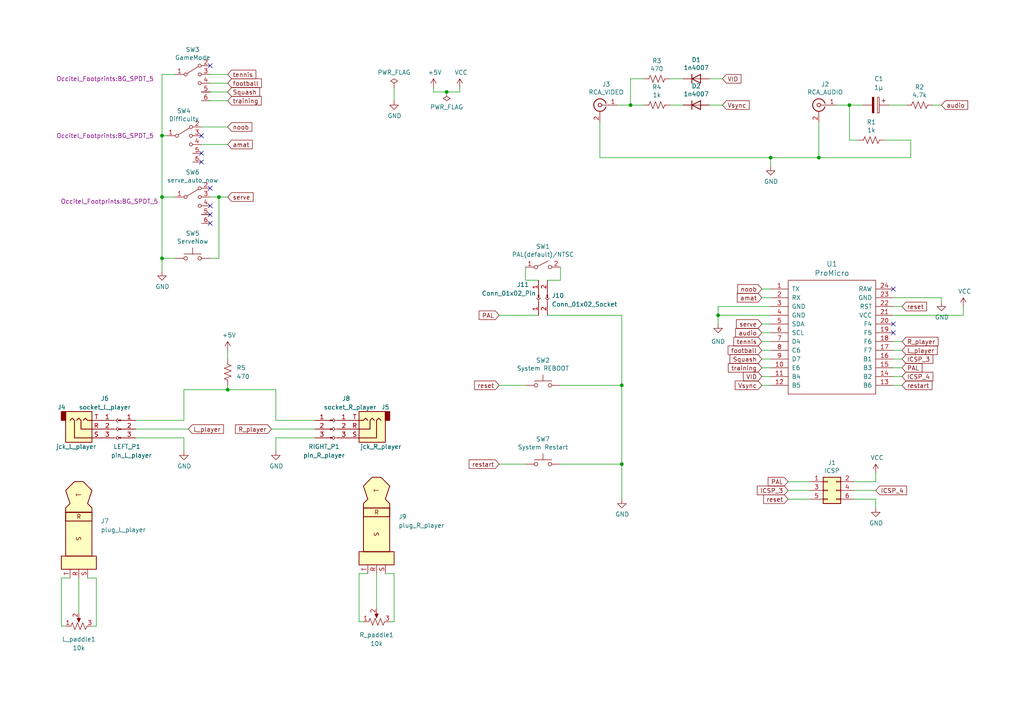
<source format=kicad_sch>
(kicad_sch (version 20231120) (generator "eeschema") (generator_version "8.0")
  (paper "A4")
  (title_block (title "OccitelMini") (date "2023-05-30") (rev "v1.5.0") (company "Silicium") (comment 1 "Construire une console Mini compatible Occitel") (comment 2 "up to 1.5.x feedbacks") (comment 3 "up to 1.4.x as little prod ready") (comment 4 "up to 1.3.x failed prod") (comment 5 "up to 0.2.2 on redraw all but schematic for prototyping"))
  (lib_symbols
    (symbol "Connector:Conn_01x02_Pin" (pin_names (offset 1.016) hide)
      (property "Reference" "J" (at 0 2.54 0))
      (property "Value" "Conn_01x02_Pin" (at 0 -5.08 0))
      (symbol "Conn_01x02_Pin_1_1"
        (polyline (pts (xy 1.27 -2.54) (xy 0.8636 -2.54)) (stroke (width 0.1524)))
        (polyline (pts (xy 1.27 0) (xy 0.8636 0)) (stroke (width 0.1524)))
        (rectangle (start 0.8636 -2.413) (end 0 -2.667) (stroke (width 0.1524)) (fill (type outline)))
        (rectangle (start 0.8636 0.127) (end 0 -0.127) (stroke (width 0.1524)) (fill (type outline)))
        (pin passive line (at 5.08 0 180) (length 3.81) (name "Pin_1") (number "1"))
        (pin passive line (at 5.08 -2.54 180) (length 3.81) (name "Pin_2") (number "2"))
      )
    )
    (symbol "Connector:Conn_01x02_Socket" (pin_names (offset 1.016) hide)
      (property "Reference" "J" (at 0 2.54 0))
      (property "Value" "Conn_01x02_Socket" (at 0 -5.08 0))
      (symbol "Conn_01x02_Socket_1_1"
        (arc (start 0 -2.032) (mid -0.5058 -2.54) (end 0 -3.048) (stroke (width 0.1524)))
        (polyline (pts (xy -1.27 -2.54) (xy -0.508 -2.54)) (stroke (width 0.1524)))
        (polyline (pts (xy -1.27 0) (xy -0.508 0)) (stroke (width 0.1524)))
        (arc (start 0 0.508) (mid -0.5058 0) (end 0 -0.508) (stroke (width 0.1524)))
        (pin passive line (at -5.08 0 0) (length 3.81) (name "Pin_1") (number "1"))
        (pin passive line (at -5.08 -2.54 0) (length 3.81) (name "Pin_2") (number "2"))
      )
    )
    (symbol "Connector:Conn_01x03_Pin" (pin_names (offset 1.016) hide)
      (property "Reference" "J" (at 0 5.08 0))
      (property "Value" "Conn_01x03_Pin" (at 0 -5.08 0))
      (symbol "Conn_01x03_Pin_1_1"
        (polyline (pts (xy 1.27 -2.54) (xy 0.8636 -2.54)) (stroke (width 0.1524)))
        (polyline (pts (xy 1.27 0) (xy 0.8636 0)) (stroke (width 0.1524)))
        (polyline (pts (xy 1.27 2.54) (xy 0.8636 2.54)) (stroke (width 0.1524)))
        (rectangle (start 0.8636 -2.413) (end 0 -2.667) (stroke (width 0.1524)) (fill (type outline)))
        (rectangle (start 0.8636 0.127) (end 0 -0.127) (stroke (width 0.1524)) (fill (type outline)))
        (rectangle (start 0.8636 2.667) (end 0 2.413) (stroke (width 0.1524)) (fill (type outline)))
        (pin passive line (at 5.08 2.54 180) (length 3.81) (name "Pin_1") (number "1"))
        (pin passive line (at 5.08 0 180) (length 3.81) (name "Pin_2") (number "2"))
        (pin passive line (at 5.08 -2.54 180) (length 3.81) (name "Pin_3") (number "3"))
      )
    )
    (symbol "Connector:Conn_01x03_Socket" (pin_names (offset 1.016) hide)
      (property "Reference" "J" (at 0 5.08 0))
      (property "Value" "Conn_01x03_Socket" (at 0 -5.08 0))
      (symbol "Conn_01x03_Socket_1_1"
        (arc (start 0 -2.032) (mid -0.5058 -2.54) (end 0 -3.048) (stroke (width 0.1524)))
        (polyline (pts (xy -1.27 -2.54) (xy -0.508 -2.54)) (stroke (width 0.1524)))
        (polyline (pts (xy -1.27 0) (xy -0.508 0)) (stroke (width 0.1524)))
        (polyline (pts (xy -1.27 2.54) (xy -0.508 2.54)) (stroke (width 0.1524)))
        (arc (start 0 0.508) (mid -0.5058 0) (end 0 -0.508) (stroke (width 0.1524)))
        (arc (start 0 3.048) (mid -0.5058 2.54) (end 0 2.032) (stroke (width 0.1524)))
        (pin passive line (at -5.08 2.54 0) (length 3.81) (name "Pin_1") (number "1"))
        (pin passive line (at -5.08 0 0) (length 3.81) (name "Pin_2") (number "2"))
        (pin passive line (at -5.08 -2.54 0) (length 3.81) (name "Pin_3") (number "3"))
      )
    )
    (symbol "Connector:Conn_Coaxial" (pin_names (offset 1.016) hide)
      (property "Reference" "J" (at 0.254 3.048 0))
      (property "Value" "Conn_Coaxial" (at 2.921 0 90))
      (symbol "Conn_Coaxial_0_1"
        (arc (start -1.778 -0.508) (mid 0.2311 -1.8066) (end 1.778 0) (stroke (width 0.254)))
        (polyline (pts (xy -2.54 0) (xy -0.508 0)))
        (polyline (pts (xy 0 -2.54) (xy 0 -1.778)))
        (circle (center 0 0) (radius 0.508) (stroke (width 0.2032)))
        (arc (start 1.778 0) (mid 0.2099 1.8101) (end -1.778 0.508) (stroke (width 0.254)))
      )
      (symbol "Conn_Coaxial_1_1"
        (pin passive line (at -5.08 0 0) (length 2.54) (name "In") (number "1"))
        (pin passive line (at 0 -5.08 90) (length 2.54) (name "Ext") (number "2"))
      )
    )
    (symbol "Connector_Audio:AudioJack3"
      (property "Reference" "J" (at 0 8.89 0))
      (property "Value" "AudioJack3" (at 0 6.35 0))
      (symbol "AudioJack3_0_1"
        (rectangle (start -5.08 -5.08) (end -6.35 -2.54) (stroke (width 0.254)) (fill (type outline)))
        (polyline (pts (xy 0 -2.54) (xy 0.635 -3.175) (xy 1.27 -2.54) (xy 2.54 -2.54)) (stroke (width 0.254)))
        (polyline (pts (xy -1.905 -2.54) (xy -1.27 -3.175) (xy -0.635 -2.54) (xy -0.635 0) (xy 2.54 0)) (stroke (width 0.254)))
        (polyline (pts (xy 2.54 2.54) (xy -2.54 2.54) (xy -2.54 -2.54) (xy -3.175 -3.175) (xy -3.81 -2.54)) (stroke (width 0.254)))
        (rectangle (start 2.54 3.81) (end -5.08 -5.08) (stroke (width 0.254)) (fill (type background)))
      )
      (symbol "AudioJack3_1_1"
        (pin passive line (at 5.08 0 180) (length 2.54) (name "~") (number "R"))
        (pin passive line (at 5.08 2.54 180) (length 2.54) (name "~") (number "S"))
        (pin passive line (at 5.08 -2.54 180) (length 2.54) (name "~") (number "T"))
      )
    )
    (symbol "Connector_Audio:AudioPlug3"
      (property "Reference" "J" (at 1.27 6.35 0))
      (property "Value" "AudioPlug3" (at 1.27 -6.35 0))
      (symbol "AudioPlug3_0_0"
        (text "R" (at -2.54 0 900) (effects (font (size 1.27 1.27))))
      )
      (symbol "AudioPlug3_0_1"
        (rectangle (start -3.81 3.81) (end -1.27 -3.81) (stroke (width 0.254)))
        (rectangle (start -1.27 -1.27) (end -1.27 -1.27))
      )
      (symbol "AudioPlug3_1_0"
        (text "S" (at 3.81 0 0) (effects (font (size 1.27 1.27))))
        (text "T" (at -8.89 0 0) (effects (font (size 1.27 1.27))))
      )
      (symbol "AudioPlug3_1_1"
        (rectangle (start -3.81 3.81) (end 8.89 -3.81) (stroke (width 0.254)) (fill (type background)))
        (polyline (pts (xy -3.81 3.81) (xy -5.08 3.81) (xy -6.35 2.54) (xy -10.16 3.81) (xy -12.7 1.27) (xy -12.7 -1.27) (xy -10.16 -3.81) (xy -6.35 -2.54) (xy -5.08 -3.81) (xy -3.81 -3.81) (xy -3.81 3.81)) (stroke (width 0.254)) (fill (type background)))
        (rectangle (start 12.7 5.08) (end 8.89 -5.08) (stroke (width 0.254)) (fill (type background)))
        (pin passive line (at 15.24 0 180) (length 2.54) (name "~") (number "R"))
        (pin passive line (at 15.24 2.54 180) (length 2.54) (name "~") (number "S"))
        (pin passive line (at 15.24 -2.54 180) (length 2.54) (name "~") (number "T"))
      )
    )
    (symbol "Connector_Generic:Conn_02x03_Odd_Even" (pin_names (offset 1.016) hide)
      (property "Reference" "J" (at 1.27 5.08 0))
      (property "Value" "Conn_02x03_Odd_Even" (at 1.27 -5.08 0))
      (symbol "Conn_02x03_Odd_Even_1_1"
        (rectangle (start -1.27 -2.413) (end 0 -2.667) (stroke (width 0.1524)))
        (rectangle (start -1.27 0.127) (end 0 -0.127) (stroke (width 0.1524)))
        (rectangle (start -1.27 2.667) (end 0 2.413) (stroke (width 0.1524)))
        (rectangle (start -1.27 3.81) (end 3.81 -3.81) (stroke (width 0.254)) (fill (type background)))
        (rectangle (start 3.81 -2.413) (end 2.54 -2.667) (stroke (width 0.1524)))
        (rectangle (start 3.81 0.127) (end 2.54 -0.127) (stroke (width 0.1524)))
        (rectangle (start 3.81 2.667) (end 2.54 2.413) (stroke (width 0.1524)))
        (pin passive line (at -5.08 2.54 0) (length 3.81) (name "Pin_1") (number "1"))
        (pin passive line (at 7.62 2.54 180) (length 3.81) (name "Pin_2") (number "2"))
        (pin passive line (at -5.08 0 0) (length 3.81) (name "Pin_3") (number "3"))
        (pin passive line (at 7.62 0 180) (length 3.81) (name "Pin_4") (number "4"))
        (pin passive line (at -5.08 -2.54 0) (length 3.81) (name "Pin_5") (number "5"))
        (pin passive line (at 7.62 -2.54 180) (length 3.81) (name "Pin_6") (number "6"))
      )
    )
    (symbol "Device:C_Polarized" (pin_numbers hide) (pin_names (offset 0.254))
      (property "Reference" "C" (at 0.635 2.54 0))
      (property "Value" "C_Polarized" (at 0.635 -2.54 0))
      (symbol "C_Polarized_0_1"
        (rectangle (start -2.286 0.508) (end 2.286 1.016))
        (polyline (pts (xy -1.778 2.286) (xy -0.762 2.286)))
        (polyline (pts (xy -1.27 2.794) (xy -1.27 1.778)))
        (rectangle (start 2.286 -0.508) (end -2.286 -1.016) (fill (type outline)))
      )
      (symbol "C_Polarized_1_1"
        (pin passive line (at 0 3.81 270) (length 2.794) (name "~") (number "1"))
        (pin passive line (at 0 -3.81 90) (length 2.794) (name "~") (number "2"))
      )
    )
    (symbol "Device:D" (pin_numbers hide) (pin_names (offset 1.016) hide)
      (property "Reference" "D" (at 0 2.54 0))
      (property "Value" "D" (at 0 -2.54 0))
      (symbol "D_0_1"
        (polyline (pts (xy -1.27 1.27) (xy -1.27 -1.27)) (stroke (width 0.254)))
        (polyline (pts (xy 1.27 0) (xy -1.27 0)))
        (polyline (pts (xy 1.27 1.27) (xy 1.27 -1.27) (xy -1.27 0) (xy 1.27 1.27)) (stroke (width 0.254)))
      )
      (symbol "D_1_1"
        (pin passive line (at -3.81 0 0) (length 2.54) (name "K") (number "1"))
        (pin passive line (at 3.81 0 180) (length 2.54) (name "A") (number "2"))
      )
    )
    (symbol "Device:R_Potentiometer_US" (pin_names (offset 1.016) hide)
      (property "Reference" "RV" (at -4.445 0 90))
      (property "Value" "R_Potentiometer_US" (at -2.54 0 90))
      (symbol "R_Potentiometer_US_0_1"
        (polyline (pts (xy 0 -2.286) (xy 0 -2.54)))
        (polyline (pts (xy 0 2.54) (xy 0 2.286)))
        (polyline (pts (xy 2.54 0) (xy 1.524 0)))
        (polyline (pts (xy 1.143 0) (xy 2.286 0.508) (xy 2.286 -0.508) (xy 1.143 0)) (fill (type outline)))
        (polyline (pts (xy 0 -0.762) (xy 1.016 -1.143) (xy 0 -1.524) (xy -1.016 -1.905) (xy 0 -2.286)))
        (polyline (pts (xy 0 0.762) (xy 1.016 0.381) (xy 0 0) (xy -1.016 -0.381) (xy 0 -0.762)))
        (polyline (pts (xy 0 2.286) (xy 1.016 1.905) (xy 0 1.524) (xy -1.016 1.143) (xy 0 0.762)))
      )
      (symbol "R_Potentiometer_US_1_1"
        (pin passive line (at 0 3.81 270) (length 1.27) (name "1") (number "1"))
        (pin passive line (at 3.81 0 180) (length 1.27) (name "2") (number "2"))
        (pin passive line (at 0 -3.81 90) (length 1.27) (name "3") (number "3"))
      )
    )
    (symbol "Device:R_US" (pin_numbers hide) (pin_names (offset 0))
      (property "Reference" "R" (at 2.54 0 90))
      (property "Value" "R_US" (at -2.54 0 90))
      (symbol "R_US_0_1"
        (polyline (pts (xy 0 -2.286) (xy 0 -2.54)))
        (polyline (pts (xy 0 2.286) (xy 0 2.54)))
        (polyline (pts (xy 0 -0.762) (xy 1.016 -1.143) (xy 0 -1.524) (xy -1.016 -1.905) (xy 0 -2.286)))
        (polyline (pts (xy 0 0.762) (xy 1.016 0.381) (xy 0 0) (xy -1.016 -0.381) (xy 0 -0.762)))
        (polyline (pts (xy 0 2.286) (xy 1.016 1.905) (xy 0 1.524) (xy -1.016 1.143) (xy 0 0.762)))
      )
      (symbol "R_US_1_1"
        (pin passive line (at 0 3.81 270) (length 1.27) (name "~") (number "1"))
        (pin passive line (at 0 -3.81 90) (length 1.27) (name "~") (number "2"))
      )
    )
    (symbol "Occitel_ArduinoProMicro:Occitel_ArduinoProMicro" (pin_names (offset 1.016))
      (property "Reference" "U1" (at 0 26.3398 0))
      (property "Value" "ProMicro" (at 0 23.6474 0))
      (symbol "Occitel_ArduinoProMicro_0_1"
        (rectangle (start -12.7 21.59) (end 12.7 -11.43))
      )
      (symbol "Occitel_ArduinoProMicro_1_1"
        (pin bidirectional line (at -17.78 19.05 0) (length 5.08) (name "TX") (number "1"))
        (pin bidirectional line (at -17.78 -3.81 0) (length 5.08) (name "E6") (number "10"))
        (pin bidirectional line (at -17.78 -6.35 0) (length 5.08) (name "B4") (number "11"))
        (pin bidirectional line (at -17.78 -8.89 0) (length 5.08) (name "B5") (number "12"))
        (pin bidirectional line (at 17.78 -8.89 180) (length 5.08) (name "B6") (number "13"))
        (pin bidirectional line (at 17.78 -6.35 180) (length 5.08) (name "B2") (number "14"))
        (pin bidirectional line (at 17.78 -3.81 180) (length 5.08) (name "B3") (number "15"))
        (pin bidirectional line (at 17.78 -1.27 180) (length 5.08) (name "B1") (number "16"))
        (pin bidirectional line (at 17.78 1.27 180) (length 5.08) (name "F7") (number "17"))
        (pin bidirectional line (at 17.78 3.81 180) (length 5.08) (name "F6") (number "18"))
        (pin bidirectional line (at 17.78 6.35 180) (length 5.08) (name "F5") (number "19"))
        (pin bidirectional line (at -17.78 16.51 0) (length 5.08) (name "RX") (number "2"))
        (pin bidirectional line (at 17.78 8.89 180) (length 5.08) (name "F4") (number "20"))
        (pin power_in line (at 17.78 11.43 180) (length 5.08) (name "VCC") (number "21"))
        (pin input line (at 17.78 13.97 180) (length 5.08) (name "RST") (number "22"))
        (pin power_in line (at 17.78 16.51 180) (length 5.08) (name "GND") (number "23"))
        (pin power_out line (at 17.78 19.05 180) (length 5.08) (name "RAW") (number "24"))
        (pin power_in line (at -17.78 13.97 0) (length 5.08) (name "GND") (number "3"))
        (pin power_in line (at -17.78 11.43 0) (length 5.08) (name "GND") (number "4"))
        (pin bidirectional line (at -17.78 8.89 0) (length 5.08) (name "SDA") (number "5"))
        (pin bidirectional line (at -17.78 6.35 0) (length 5.08) (name "SCL") (number "6"))
        (pin bidirectional line (at -17.78 3.81 0) (length 5.08) (name "D4") (number "7"))
        (pin bidirectional line (at -17.78 1.27 0) (length 5.08) (name "C6") (number "8"))
        (pin bidirectional line (at -17.78 -1.27 0) (length 5.08) (name "D7") (number "9"))
      )
    )
    (symbol "Occitel_Button_Switch_THT:BG_SPDT_5" (pin_names (offset 0) hide)
      (property "Reference" "SW4" (at -1.27 12.2682 0))
      (property "Value" "Difficulty" (at -1.27 9.9568 0))
      (property "Footprint" "Button_Switch_THT:BG_SPDT_5" (at -17.145 9.525 0))
      (symbol "BG_SPDT_5_0_1"
        (circle (center -3.302 5.08) (radius 0.4572))
        (polyline (pts (xy -2.921 5.334) (xy 0.381 7.366)))
        (circle (center 0.762 2.54) (radius 0.4572))
        (circle (center 0.762 5.08) (radius 0.4572))
        (circle (center 0.762 7.62) (radius 0.4572))
        (rectangle (start 3.81 0) (end 1.27 0))
      )
      (symbol "BG_SPDT_5_1_1"
        (pin passive line (at -6.35 5.08 0) (length 2.54) (name "select") (number "1"))
        (pin passive line (at 3.81 7.62 180) (length 2.54) (name "1") (number "2"))
        (pin passive line (at 3.81 5.08 180) (length 2.54) (name "1") (number "3"))
        (pin passive line (at 3.81 2.54 180) (length 2.54) (name "4") (number "4"))
        (pin passive line (at 3.81 0 180) (length 2.54) (name "4") (number "5"))
        (pin passive line (at 3.81 -2.54 180) (length 2.54) (name "5") (number "6"))
      )
    )
    (symbol "Switch:SW_Push" (pin_numbers hide) (pin_names (offset 1.016) hide)
      (property "Reference" "SW" (at 1.27 2.54 0))
      (property "Value" "SW_Push" (at 0 -1.524 0))
      (symbol "SW_Push_0_1"
        (circle (center -2.032 0) (radius 0.508))
        (polyline (pts (xy 0 1.27) (xy 0 3.048)))
        (polyline (pts (xy 2.54 1.27) (xy -2.54 1.27)))
        (circle (center 2.032 0) (radius 0.508))
        (pin passive line (at -5.08 0 0) (length 2.54) (name "1") (number "1"))
        (pin passive line (at 5.08 0 180) (length 2.54) (name "2") (number "2"))
      )
    )
    (symbol "Switch:SW_SPST" (pin_names (offset 0) hide)
      (property "Reference" "SW" (at 0 3.175 0))
      (property "Value" "SW_SPST" (at 0 -2.54 0))
      (symbol "SW_SPST_0_0"
        (circle (center -2.032 0) (radius 0.508))
        (polyline (pts (xy -1.524 0.254) (xy 1.524 1.778)))
        (circle (center 2.032 0) (radius 0.508))
      )
      (symbol "SW_SPST_1_1"
        (pin passive line (at -5.08 0 0) (length 2.54) (name "A") (number "1"))
        (pin passive line (at 5.08 0 180) (length 2.54) (name "B") (number "2"))
      )
    )
    (symbol "power:+5V" (power) (pin_names (offset 0))
      (property "Value" "+5V" (at 0 3.556 0))
      (symbol "+5V_0_1"
        (polyline (pts (xy -0.762 1.27) (xy 0 2.54)))
        (polyline (pts (xy 0 0) (xy 0 2.54)))
        (polyline (pts (xy 0 2.54) (xy 0.762 1.27)))
      )
      (symbol "+5V_1_1"
        (pin power_in line (at 0 0 90) (length 0) hide (name "+5V") (number "1"))
      )
    )
    (symbol "power:GND" (power) (pin_names (offset 0))
      (property "Value" "GND" (at 0 -3.81 0))
      (symbol "GND_0_1"
        (polyline (pts (xy 0 0) (xy 0 -1.27) (xy 1.27 -1.27) (xy 0 -2.54) (xy -1.27 -1.27) (xy 0 -1.27)))
      )
      (symbol "GND_1_1"
        (pin power_in line (at 0 0 270) (length 0) hide (name "GND") (number "1"))
      )
    )
    (symbol "power:PWR_FLAG" (power) (pin_numbers hide) (pin_names (offset 0) hide)
      (property "Value" "PWR_FLAG" (at 0 3.81 0))
      (symbol "PWR_FLAG_0_0"
        (pin power_out line (at 0 0 90) (length 0) (name "pwr") (number "1"))
      )
      (symbol "PWR_FLAG_0_1"
        (polyline (pts (xy 0 0) (xy 0 1.27) (xy -1.016 1.905) (xy 0 2.54) (xy 1.016 1.905) (xy 0 1.27)))
      )
    )
    (symbol "power:VCC" (power) (pin_names (offset 0))
      (property "Value" "VCC" (at 0 3.81 0))
      (symbol "VCC_0_1"
        (polyline (pts (xy -0.762 1.27) (xy 0 2.54)))
        (polyline (pts (xy 0 0) (xy 0 2.54)))
        (polyline (pts (xy 0 2.54) (xy 0.762 1.27)))
      )
      (symbol "VCC_1_1"
        (pin power_in line (at 0 0 90) (length 0) hide (name "VCC") (number "1"))
      )
    )
  )
  (junction (at 66.04 113.03))
  (junction (at 46.99 39.37))
  (junction (at 182.88 30.48))
  (junction (at 63.5 57.15))
  (junction (at 208.28 91.44))
  (junction (at 246.38 30.48))
  (junction (at 180.34 111.76))
  (junction (at 129.54 26.67))
  (junction (at 46.99 57.15))
  (junction (at 237.49 45.72))
  (junction (at 46.99 74.93))
  (junction (at 180.34 134.62))
  (junction (at 223.52 45.72))
  (no_connect (at 58.42 39.37))
  (no_connect (at 259.08 96.52))
  (no_connect (at 60.96 59.69))
  (no_connect (at 259.08 83.82))
  (no_connect (at 60.96 64.77))
  (no_connect (at 60.96 62.23))
  (no_connect (at 58.42 46.99))
  (no_connect (at 58.42 44.45))
  (no_connect (at 60.96 19.05))
  (no_connect (at 259.08 93.98))
  (no_connect (at 60.96 54.61))
  (wire (pts (xy 144.78 91.44) (xy 156.21 91.44)))
  (wire (pts (xy 261.62 88.9) (xy 259.08 88.9)))
  (wire (pts (xy 279.4 88.9) (xy 279.4 91.44)))
  (wire (pts (xy 208.28 88.9) (xy 208.28 91.44)))
  (wire (pts (xy 162.56 77.47) (xy 162.56 81.28)))
  (wire (pts (xy 228.6 142.24) (xy 234.95 142.24)))
  (wire (pts (xy 111.76 166.37) (xy 114.3 166.37)))
  (wire (pts (xy 114.3 25.4) (xy 114.3 29.21)))
  (wire (pts (xy 60.96 74.93) (xy 63.5 74.93)))
  (wire (pts (xy 254 137.16) (xy 254 139.7)))
  (wire (pts (xy 50.8 74.93) (xy 46.99 74.93)))
  (wire (pts (xy 22.86 167.64) (xy 22.86 177.8)))
  (wire (pts (xy 182.88 30.48) (xy 182.88 22.86)))
  (wire (pts (xy 220.98 109.22) (xy 223.52 109.22)))
  (wire (pts (xy 144.78 134.62) (xy 152.4 134.62)))
  (wire (pts (xy 247.65 144.78) (xy 254 144.78)))
  (wire (pts (xy 80.01 113.03) (xy 80.01 121.92)))
  (wire (pts (xy 104.14 180.34) (xy 105.41 180.34)))
  (wire (pts (xy 259.08 91.44) (xy 279.4 91.44)))
  (wire (pts (xy 261.62 101.6) (xy 259.08 101.6)))
  (wire (pts (xy 53.34 113.03) (xy 66.04 113.03)))
  (wire (pts (xy 220.98 86.36) (xy 223.52 86.36)))
  (wire (pts (xy 254 144.78) (xy 254 147.32)))
  (wire (pts (xy 66.04 111.76) (xy 66.04 113.03)))
  (wire (pts (xy 104.14 166.37) (xy 104.14 180.34)))
  (wire (pts (xy 66.04 57.15) (xy 63.5 57.15)))
  (wire (pts (xy 144.78 111.76) (xy 152.4 111.76)))
  (wire (pts (xy 152.4 77.47) (xy 152.4 81.28)))
  (wire (pts (xy 27.94 167.64) (xy 27.94 181.61)))
  (wire (pts (xy 220.98 111.76) (xy 223.52 111.76)))
  (wire (pts (xy 223.52 88.9) (xy 208.28 88.9)))
  (wire (pts (xy 234.95 144.78) (xy 228.6 144.78)))
  (wire (pts (xy 261.62 106.68) (xy 259.08 106.68)))
  (wire (pts (xy 264.16 40.64) (xy 256.54 40.64)))
  (wire (pts (xy 53.34 113.03) (xy 53.34 121.92)))
  (wire (pts (xy 182.88 22.86) (xy 186.69 22.86)))
  (wire (pts (xy 208.28 91.44) (xy 223.52 91.44)))
  (wire (pts (xy 66.04 24.13) (xy 60.96 24.13)))
  (wire (pts (xy 125.73 26.67) (xy 129.54 26.67)))
  (wire (pts (xy 205.74 22.86) (xy 209.55 22.86)))
  (wire (pts (xy 66.04 21.59) (xy 60.96 21.59)))
  (wire (pts (xy 106.68 166.37) (xy 104.14 166.37)))
  (wire (pts (xy 162.56 134.62) (xy 180.34 134.62)))
  (wire (pts (xy 114.3 166.37) (xy 114.3 180.34)))
  (wire (pts (xy 220.98 99.06) (xy 223.52 99.06)))
  (wire (pts (xy 257.81 30.48) (xy 262.89 30.48)))
  (wire (pts (xy 182.88 30.48) (xy 179.07 30.48)))
  (wire (pts (xy 220.98 96.52) (xy 223.52 96.52)))
  (wire (pts (xy 223.52 45.72) (xy 173.99 45.72)))
  (wire (pts (xy 162.56 81.28) (xy 158.75 81.28)))
  (wire (pts (xy 198.12 30.48) (xy 194.31 30.48)))
  (wire (pts (xy 237.49 35.56) (xy 237.49 45.72)))
  (wire (pts (xy 80.01 127) (xy 80.01 130.81)))
  (wire (pts (xy 264.16 45.72) (xy 264.16 40.64)))
  (wire (pts (xy 48.26 39.37) (xy 46.99 39.37)))
  (wire (pts (xy 25.4 167.64) (xy 27.94 167.64)))
  (wire (pts (xy 220.98 106.68) (xy 223.52 106.68)))
  (wire (pts (xy 180.34 111.76) (xy 180.34 91.44)))
  (wire (pts (xy 53.34 121.92) (xy 39.37 121.92)))
  (wire (pts (xy 66.04 29.21) (xy 60.96 29.21)))
  (wire (pts (xy 220.98 101.6) (xy 223.52 101.6)))
  (wire (pts (xy 46.99 39.37) (xy 46.99 21.59)))
  (wire (pts (xy 234.95 139.7) (xy 228.6 139.7)))
  (wire (pts (xy 58.42 41.91) (xy 66.04 41.91)))
  (wire (pts (xy 46.99 74.93) (xy 46.99 78.74)))
  (wire (pts (xy 66.04 101.6) (xy 66.04 104.14)))
  (wire (pts (xy 46.99 57.15) (xy 50.8 57.15)))
  (wire (pts (xy 66.04 26.67) (xy 60.96 26.67)))
  (wire (pts (xy 246.38 40.64) (xy 246.38 30.48)))
  (wire (pts (xy 220.98 104.14) (xy 223.52 104.14)))
  (wire (pts (xy 259.08 104.14) (xy 261.62 104.14)))
  (wire (pts (xy 78.74 124.46) (xy 91.44 124.46)))
  (wire (pts (xy 223.52 45.72) (xy 223.52 48.26)))
  (wire (pts (xy 220.98 83.82) (xy 223.52 83.82)))
  (wire (pts (xy 248.92 40.64) (xy 246.38 40.64)))
  (wire (pts (xy 259.08 99.06) (xy 261.62 99.06)))
  (wire (pts (xy 80.01 121.92) (xy 91.44 121.92)))
  (wire (pts (xy 46.99 21.59) (xy 50.8 21.59)))
  (wire (pts (xy 66.04 36.83) (xy 58.42 36.83)))
  (wire (pts (xy 259.08 109.22) (xy 261.62 109.22)))
  (wire (pts (xy 66.04 113.03) (xy 80.01 113.03)))
  (wire (pts (xy 158.75 91.44) (xy 180.34 91.44)))
  (wire (pts (xy 180.34 134.62) (xy 180.34 111.76)))
  (wire (pts (xy 113.03 180.34) (xy 114.3 180.34)))
  (wire (pts (xy 250.19 30.48) (xy 246.38 30.48)))
  (wire (pts (xy 209.55 30.48) (xy 205.74 30.48)))
  (wire (pts (xy 53.34 130.81) (xy 53.34 127)))
  (wire (pts (xy 125.73 25.4) (xy 125.73 26.67)))
  (wire (pts (xy 273.05 87.63) (xy 273.05 86.36)))
  (wire (pts (xy 273.05 30.48) (xy 270.51 30.48)))
  (wire (pts (xy 63.5 57.15) (xy 60.96 57.15)))
  (wire (pts (xy 63.5 74.93) (xy 63.5 57.15)))
  (wire (pts (xy 194.31 22.86) (xy 198.12 22.86)))
  (wire (pts (xy 208.28 91.44) (xy 208.28 93.98)))
  (wire (pts (xy 247.65 139.7) (xy 254 139.7)))
  (wire (pts (xy 180.34 144.78) (xy 180.34 134.62)))
  (wire (pts (xy 246.38 30.48) (xy 242.57 30.48)))
  (wire (pts (xy 46.99 57.15) (xy 46.99 39.37)))
  (wire (pts (xy 237.49 45.72) (xy 223.52 45.72)))
  (wire (pts (xy 152.4 81.28) (xy 156.21 81.28)))
  (wire (pts (xy 237.49 45.72) (xy 264.16 45.72)))
  (wire (pts (xy 17.78 167.64) (xy 20.32 167.64)))
  (wire (pts (xy 261.62 111.76) (xy 259.08 111.76)))
  (wire (pts (xy 39.37 124.46) (xy 54.61 124.46)))
  (wire (pts (xy 173.99 35.56) (xy 173.99 45.72)))
  (wire (pts (xy 109.22 166.37) (xy 109.22 176.53)))
  (wire (pts (xy 46.99 74.93) (xy 46.99 57.15)))
  (wire (pts (xy 220.98 93.98) (xy 223.52 93.98)))
  (wire (pts (xy 162.56 111.76) (xy 180.34 111.76)))
  (wire (pts (xy 17.78 181.61) (xy 19.05 181.61)))
  (wire (pts (xy 133.35 26.67) (xy 133.35 25.4)))
  (wire (pts (xy 186.69 30.48) (xy 182.88 30.48)))
  (wire (pts (xy 39.37 127) (xy 53.34 127)))
  (wire (pts (xy 254 142.24) (xy 247.65 142.24)))
  (wire (pts (xy 259.08 86.36) (xy 273.05 86.36)))
  (wire (pts (xy 129.54 26.67) (xy 133.35 26.67)))
  (wire (pts (xy 26.67 181.61) (xy 27.94 181.61)))
  (wire (pts (xy 17.78 167.64) (xy 17.78 181.61)))
  (wire (pts (xy 80.01 127) (xy 91.44 127)))
  (global_label "PAL" (shape input) (at 144.78 91.44 180) (property "Intersheetrefs" "${INTERSHEET_REFS}" (effects (hide yes))) (property "Références Inter-Feuilles" "${INTERSHEET_REFS}" (effects (hide yes))))
  (global_label "noob" (shape input) (at 66.04 36.83 0) (property "Intersheetrefs" "${INTERSHEET_REFS}" (effects (hide yes))) (property "Références Inter-Feuilles" "${INTERSHEET_REFS}" (effects (hide yes))))
  (global_label "L_player" (shape input) (at 261.62 101.6 0) (property "Intersheetrefs" "${INTERSHEET_REFS}" (effects (hide yes))) (property "Références Inter-Feuilles" "${INTERSHEET_REFS}" (effects (hide yes))))
  (global_label "PAL" (shape input) (at 261.62 106.68 0) (property "Intersheetrefs" "${INTERSHEET_REFS}" (effects (hide yes))) (property "Références Inter-Feuilles" "${INTERSHEET_REFS}" (effects (hide yes))))
  (global_label "serve" (shape input) (at 220.98 93.98 180) (property "Intersheetrefs" "${INTERSHEET_REFS}" (effects (hide yes))) (property "Références Inter-Feuilles" "${INTERSHEET_REFS}" (effects (hide yes))))
  (global_label "training" (shape input) (at 66.04 29.21 0) (property "Intersheetrefs" "${INTERSHEET_REFS}" (effects (hide yes))) (property "Références Inter-Feuilles" "${INTERSHEET_REFS}" (effects (hide yes))))
  (global_label "L_player" (shape input) (at 54.61 124.46 0) (property "Intersheetrefs" "${INTERSHEET_REFS}" (effects (hide yes))) (property "Références Inter-Feuilles" "${INTERSHEET_REFS}" (effects (hide yes))))
  (global_label "amat" (shape input) (at 220.98 86.36 180) (property "Intersheetrefs" "${INTERSHEET_REFS}" (effects (hide yes))) (property "Références Inter-Feuilles" "${INTERSHEET_REFS}" (effects (hide yes))))
  (global_label "reset" (shape input) (at 144.78 111.76 180) (property "Intersheetrefs" "${INTERSHEET_REFS}" (effects (hide yes))) (property "Références Inter-Feuilles" "${INTERSHEET_REFS}" (effects (hide yes))))
  (global_label "noob" (shape input) (at 220.98 83.82 180) (property "Intersheetrefs" "${INTERSHEET_REFS}" (effects (hide yes))) (property "Références Inter-Feuilles" "${INTERSHEET_REFS}" (effects (hide yes))))
  (global_label "serve" (shape input) (at 66.04 57.15 0) (property "Intersheetrefs" "${INTERSHEET_REFS}" (effects (hide yes))) (property "Références Inter-Feuilles" "${INTERSHEET_REFS}" (effects (hide yes))))
  (global_label "football" (shape input) (at 66.04 24.13 0) (property "Intersheetrefs" "${INTERSHEET_REFS}" (effects (hide yes))) (property "Références Inter-Feuilles" "${INTERSHEET_REFS}" (effects (hide yes))))
  (global_label "restart" (shape input) (at 261.62 111.76 0) (property "Intersheetrefs" "${INTERSHEET_REFS}" (effects (hide yes))) (property "Références Inter-Feuilles" "${INTERSHEET_REFS}" (effects (hide yes))))
  (global_label "Vsync" (shape input) (at 220.98 111.76 180) (property "Intersheetrefs" "${INTERSHEET_REFS}" (effects (hide yes))) (property "Références Inter-Feuilles" "${INTERSHEET_REFS}" (effects (hide yes))))
  (global_label "restart" (shape input) (at 144.78 134.62 180) (property "Intersheetrefs" "${INTERSHEET_REFS}" (effects (hide yes))) (property "Références Inter-Feuilles" "${INTERSHEET_REFS}" (effects (hide yes))))
  (global_label "Squash" (shape input) (at 220.98 104.14 180) (property "Intersheetrefs" "${INTERSHEET_REFS}" (effects (hide yes))) (property "Références Inter-Feuilles" "${INTERSHEET_REFS}" (effects (hide yes))))
  (global_label "PAL" (shape input) (at 228.6 139.7 180) (property "Intersheetrefs" "${INTERSHEET_REFS}" (effects (hide yes))) (property "Références Inter-Feuilles" "${INTERSHEET_REFS}" (effects (hide yes))))
  (global_label "ICSP_4" (shape input) (at 254 142.24 0) (property "Intersheetrefs" "${INTERSHEET_REFS}" (effects (hide yes))) (property "Références Inter-Feuilles" "${INTERSHEET_REFS}" (effects (hide yes))))
  (global_label "training" (shape input) (at 220.98 106.68 180) (property "Intersheetrefs" "${INTERSHEET_REFS}" (effects (hide yes))) (property "Références Inter-Feuilles" "${INTERSHEET_REFS}" (effects (hide yes))))
  (global_label "R_player" (shape input) (at 261.62 99.06 0) (property "Intersheetrefs" "${INTERSHEET_REFS}" (effects (hide yes))) (property "Références Inter-Feuilles" "${INTERSHEET_REFS}" (effects (hide yes))))
  (global_label "VID" (shape input) (at 220.98 109.22 180) (property "Intersheetrefs" "${INTERSHEET_REFS}" (effects (hide yes))) (property "Références Inter-Feuilles" "${INTERSHEET_REFS}" (effects (hide yes))))
  (global_label "VID" (shape input) (at 209.55 22.86 0) (property "Intersheetrefs" "${INTERSHEET_REFS}" (effects (hide yes))) (property "Références Inter-Feuilles" "${INTERSHEET_REFS}" (effects (hide yes))))
  (global_label "reset" (shape input) (at 228.6 144.78 180) (property "Intersheetrefs" "${INTERSHEET_REFS}" (effects (hide yes))) (property "Références Inter-Feuilles" "${INTERSHEET_REFS}" (effects (hide yes))))
  (global_label "audio" (shape input) (at 273.05 30.48 0) (property "Intersheetrefs" "${INTERSHEET_REFS}" (effects (hide yes))) (property "Références Inter-Feuilles" "${INTERSHEET_REFS}" (effects (hide yes))))
  (global_label "amat" (shape input) (at 66.04 41.91 0) (property "Intersheetrefs" "${INTERSHEET_REFS}" (effects (hide yes))) (property "Références Inter-Feuilles" "${INTERSHEET_REFS}" (effects (hide yes))))
  (global_label "tennis" (shape input) (at 66.04 21.59 0) (property "Intersheetrefs" "${INTERSHEET_REFS}" (effects (hide yes))) (property "Références Inter-Feuilles" "${INTERSHEET_REFS}" (effects (hide yes))))
  (global_label "tennis" (shape input) (at 220.98 99.06 180) (property "Intersheetrefs" "${INTERSHEET_REFS}" (effects (hide yes))) (property "Références Inter-Feuilles" "${INTERSHEET_REFS}" (effects (hide yes))))
  (global_label "audio" (shape input) (at 220.98 96.52 180) (property "Intersheetrefs" "${INTERSHEET_REFS}" (effects (hide yes))) (property "Références Inter-Feuilles" "${INTERSHEET_REFS}" (effects (hide yes))))
  (global_label "Squash" (shape input) (at 66.04 26.67 0) (property "Intersheetrefs" "${INTERSHEET_REFS}" (effects (hide yes))) (property "Références Inter-Feuilles" "${INTERSHEET_REFS}" (effects (hide yes))))
  (global_label "ICSP_3" (shape input) (at 228.6 142.24 180) (property "Intersheetrefs" "${INTERSHEET_REFS}" (effects (hide yes))) (property "Références Inter-Feuilles" "${INTERSHEET_REFS}" (effects (hide yes))))
  (global_label "football" (shape input) (at 220.98 101.6 180) (property "Intersheetrefs" "${INTERSHEET_REFS}" (effects (hide yes))) (property "Références Inter-Feuilles" "${INTERSHEET_REFS}" (effects (hide yes))))
  (global_label "ICSP_3" (shape input) (at 261.62 104.14 0) (property "Intersheetrefs" "${INTERSHEET_REFS}" (effects (hide yes))) (property "Références Inter-Feuilles" "${INTERSHEET_REFS}" (effects (hide yes))))
  (global_label "Vsync" (shape input) (at 209.55 30.48 0) (property "Intersheetrefs" "${INTERSHEET_REFS}" (effects (hide yes))) (property "Références Inter-Feuilles" "${INTERSHEET_REFS}" (effects (hide yes))))
  (global_label "R_player" (shape input) (at 78.74 124.46 180) (property "Intersheetrefs" "${INTERSHEET_REFS}" (effects (hide yes))) (property "Références Inter-Feuilles" "${INTERSHEET_REFS}" (effects (hide yes))))
  (global_label "reset" (shape input) (at 261.62 88.9 0) (property "Intersheetrefs" "${INTERSHEET_REFS}" (effects (hide yes))) (property "Références Inter-Feuilles" "${INTERSHEET_REFS}" (effects (hide yes))))
  (global_label "ICSP_4" (shape input) (at 261.62 109.22 0) (property "Intersheetrefs" "${INTERSHEET_REFS}" (effects (hide yes))) (property "Références Inter-Feuilles" "${INTERSHEET_REFS}" (effects (hide yes))))
  (symbol (lib_id "Occitel_ArduinoProMicro:Occitel_ArduinoProMicro") (at 241.3 102.87 0) (unit 1)
    (property "Reference" "U1" (at 241.3 76.5302 0) (effects (font (size 1.524 1.524))))
    (property "Value" "ProMicro" (at 241.3 79.2226 0) (effects (font (size 1.524 1.524))))
    (property "Footprint" "Occitel_Footprints:Arduino_PROMICRO" (effects (hide yes)))
  )
  (symbol (lib_id "Connector_Generic:Conn_02x03_Odd_Even") (at 240.03 142.24 0) (unit 1)
    (property "Reference" "J1" (at 241.3 134.1882 0))
    (property "Value" "ICSP" (at 241.3 136.4996 0))
    (property "Footprint" "Connector_PinSocket_2.54mm:PinSocket_2x03_P2.54mm_Vertical" (effects (hide yes)))
  )
  (symbol (lib_id "Switch:SW_SPST") (at 157.48 77.47 0) (unit 1) (on_board no)
    (property "Reference" "SW1" (at 157.48 71.501 0))
    (property "Value" "PAL(default)/NTSC" (at 157.48 73.8124 0))
    (property "Footprint" "Occitel_Footprints:PinSocket_1x02_P2.54mm_Horizontal" (effects (hide yes)))
  )
  (symbol (lib_id "Switch:SW_Push") (at 157.48 111.76 0) (unit 1)
    (property "Reference" "SW2" (at 157.48 104.521 0))
    (property "Value" "System REBOOT" (at 157.48 106.8324 0))
    (property "Footprint" "Button_Switch_THT:SW_Tactile_SPST_Angled_PTS645Vx83-2LFS" (effects (hide yes)))
  )
  (symbol (lib_id "power:GND") (at 114.3 29.21 0) (unit 1)
    (property "Reference" "#PWR01" (effects (hide yes)))
    (property "Value" "GND" (at 114.427 33.6042 0))
  )
  (symbol (lib_id "power:PWR_FLAG") (at 114.3 25.4 0) (unit 1)
    (property "Reference" "#FLG01" (effects (hide yes)))
    (property "Value" "PWR_FLAG" (at 114.3 21.0058 0))
  )
  (symbol (lib_id "power:VCC") (at 133.35 25.4 0) (unit 1)
    (property "Reference" "#PWR02" (effects (hide yes)))
    (property "Value" "VCC" (at 133.731 21.0058 0))
  )
  (symbol (lib_id "power:PWR_FLAG") (at 129.54 26.67 180) (unit 1)
    (property "Reference" "#FLG02" (effects (hide yes)))
    (property "Value" "PWR_FLAG" (at 129.54 31.0642 0))
  )
  (symbol (lib_id "Connector:Conn_Coaxial") (at 237.49 30.48 0) (mirror y) (unit 1)
    (property "Reference" "J2" (at 239.3188 24.4348 0))
    (property "Value" "RCA_AUDIO" (at 239.3188 26.7462 0))
    (property "Footprint" "Occitel_Footprints:RCA_3_2+1" (effects (hide yes)))
    (property "Datasheet" " ~" (effects (hide yes)))
  )
  (symbol (lib_id "Device:R_US") (at 252.73 40.64 270) (unit 1)
    (property "Reference" "R1" (at 252.73 35.433 90))
    (property "Value" "1k" (at 252.73 37.7444 90))
    (property "Footprint" "Occitel_Footprints:RLC_with_both_THTSMD" (effects (hide yes)))
  )
  (symbol (lib_id "Device:R_US") (at 266.7 30.48 270) (unit 1)
    (property "Reference" "R2" (at 266.7 25.273 90))
    (property "Value" "4.7k" (at 266.7 27.5844 90))
    (property "Footprint" "Occitel_Footprints:RLC_with_both_THTSMD" (effects (hide yes)))
  )
  (symbol (lib_id "Connector:Conn_Coaxial") (at 173.99 30.48 0) (mirror y) (unit 1)
    (property "Reference" "J3" (at 175.8188 24.4348 0))
    (property "Value" "RCA_VIDEO" (at 175.8188 26.7462 0))
    (property "Footprint" "Occitel_Footprints:RCA_3_2+1" (effects (hide yes)))
    (property "Datasheet" " ~" (effects (hide yes)))
  )
  (symbol (lib_id "Device:R_US") (at 190.5 30.48 270) (unit 1)
    (property "Reference" "R4" (at 190.5 25.273 90))
    (property "Value" "1k" (at 190.5 27.5844 90))
    (property "Footprint" "Occitel_Footprints:RLC_with_both_THTSMD" (effects (hide yes)))
  )
  (symbol (lib_id "Device:R_US") (at 190.5 22.86 270) (unit 1)
    (property "Reference" "R3" (at 190.5 17.653 90))
    (property "Value" "470" (at 190.5 19.9644 90))
    (property "Footprint" "Occitel_Footprints:RLC_with_both_THTSMD" (effects (hide yes)))
  )
  (symbol (lib_id "Device:D") (at 201.93 22.86 0) (unit 1)
    (property "Reference" "D1" (at 201.93 17.3482 0))
    (property "Value" "1n4007" (at 201.93 19.6596 0))
    (property "Footprint" "Diode_SMD:D_MELF-RM10_Universal_Handsoldering" (effects (hide yes)))
    (property "Sim.Device" "D" (effects (hide yes)))
    (property "Sim.Pins" "1=K 2=A" (effects (hide yes)))
  )
  (symbol (lib_id "Device:D") (at 201.93 30.48 0) (unit 1)
    (property "Reference" "D2" (at 201.93 24.9682 0))
    (property "Value" "1n4007" (at 201.93 27.2796 0))
    (property "Footprint" "Diode_SMD:D_MELF-RM10_Universal_Handsoldering" (effects (hide yes)))
    (property "Sim.Device" "D" (effects (hide yes)))
    (property "Sim.Pins" "1=K 2=A" (effects (hide yes)))
  )
  (symbol (lib_id "Occitel_Button_Switch_THT:BG_SPDT_5") (at 57.15 26.67 0) (unit 1)
    (property "Reference" "SW3" (at 55.88 14.4018 0))
    (property "Value" "GameMode" (at 55.88 16.7132 0))
    (property "Footprint" "Occitel_Footprints:BG_SPDT_5" (at 30.48 22.86 0))
  )
  (symbol (lib_id "Occitel_Button_Switch_THT:BG_SPDT_5") (at 54.61 44.45 0) (unit 1)
    (property "Reference" "SW4" (at 53.34 32.1818 0))
    (property "Value" "Difficulty" (at 53.34 34.4932 0))
    (property "Footprint" "Occitel_Footprints:BG_SPDT_5" (at 30.48 39.37 0))
  )
  (symbol (lib_id "Occitel_Button_Switch_THT:BG_SPDT_5") (at 57.15 62.23 0) (unit 1)
    (property "Reference" "SW6" (at 55.88 49.9618 0))
    (property "Value" "serve_auto_now" (at 55.88 52.2732 0))
    (property "Footprint" "Occitel_Footprints:BG_SPDT_5" (at 31.75 58.42 0))
  )
  (symbol (lib_id "Switch:SW_Push") (at 55.88 74.93 0) (unit 1)
    (property "Reference" "SW5" (at 55.88 67.691 0))
    (property "Value" "ServeNow" (at 55.88 70.0024 0))
    (property "Footprint" "Button_Switch_THT:SW_PUSH_6mm_H13mm" (effects (hide yes)))
  )
  (symbol (lib_id "power:GND") (at 46.99 78.74 0) (unit 1)
    (property "Reference" "#PWR03" (effects (hide yes)))
    (property "Value" "GND" (at 47.117 83.1342 0))
  )
  (symbol (lib_id "power:+5V") (at 66.04 101.6 0) (unit 1)
    (property "Reference" "#PWR0101" (effects (hide yes)))
    (property "Value" "+5V" (at 66.421 97.2058 0))
  )
  (symbol (lib_id "power:GND") (at 53.34 130.81 0) (unit 1)
    (property "Reference" "#PWR0103" (effects (hide yes)))
    (property "Value" "GND" (at 53.467 135.2042 0))
  )
  (symbol (lib_id "power:GND") (at 80.01 130.81 0) (unit 1)
    (property "Reference" "#PWR0104" (effects (hide yes)))
    (property "Value" "GND" (at 80.137 135.2042 0))
  )
  (symbol (lib_id "Connector_Audio:AudioJack3") (at 24.13 124.46 0) (mirror x) (unit 1) (on_board no)
    (property "Reference" "J4" (at 19.05 118.11 0) (effects (justify right)))
    (property "Value" "jck_L_player" (at 27.94 129.54 0) (effects (justify right)))
    (property "Footprint" "Occitel_Footprints:TRS_PADSONLY" (effects (hide yes)))
  )
  (symbol (lib_id "Connector_Audio:AudioJack3") (at 106.68 124.46 180) (unit 1) (on_board no)
    (property "Reference" "J5" (at 111.76 118.11 0))
    (property "Value" "jck_R_player" (at 110.49 129.54 0))
    (property "Footprint" "Occitel_Footprints:TRS_PADSONLY" (effects (hide yes)))
  )
  (symbol (lib_id "power:+5V") (at 125.73 25.4 0) (unit 1)
    (property "Reference" "#PWR0105" (effects (hide yes)))
    (property "Value" "+5V" (at 126.111 21.0058 0))
  )
  (symbol (lib_id "Switch:SW_Push") (at 157.48 134.62 0) (unit 1)
    (property "Reference" "SW7" (at 157.48 127.381 0))
    (property "Value" "System Restart" (at 157.48 129.6924 0))
    (property "Footprint" "Button_Switch_THT:SW_PUSH_6mm_H13mm" (effects (hide yes)))
  )
  (symbol (lib_id "power:VCC") (at 279.4 88.9 0) (unit 1)
    (property "Reference" "#PWR0106" (effects (hide yes)))
    (property "Value" "VCC" (at 279.781 84.5058 0))
  )
  (symbol (lib_id "power:GND") (at 273.05 87.63 0) (unit 1)
    (property "Reference" "#PWR0107" (effects (hide yes)))
    (property "Value" "GND" (at 273.177 92.0242 0))
  )
  (symbol (lib_id "power:GND") (at 180.34 144.78 0) (unit 1)
    (property "Reference" "#PWR0108" (effects (hide yes)))
    (property "Value" "GND" (at 180.467 149.1742 0))
  )
  (symbol (lib_id "power:GND") (at 223.52 48.26 0) (unit 1)
    (property "Reference" "#PWR0109" (effects (hide yes)))
    (property "Value" "GND" (at 223.647 52.6542 0))
  )
  (symbol (lib_id "power:GND") (at 254 147.32 0) (unit 1)
    (property "Reference" "#PWR0110" (effects (hide yes)))
    (property "Value" "GND" (at 254.127 151.7142 0))
  )
  (symbol (lib_id "power:VCC") (at 254 137.16 0) (unit 1)
    (property "Reference" "#PWR0111" (effects (hide yes)))
    (property "Value" "VCC" (at 254.381 132.7658 0))
  )
  (symbol (lib_id "Connector:Conn_01x03_Pin") (at 96.52 124.46 0) (mirror y) (unit 1)
    (property "Reference" "RIGHT_P1" (at 93.98 129.54 0))
    (property "Value" "pin_R_player" (at 93.98 132.08 0))
    (property "Footprint" "Connector_PinHeader_2.54mm:PinHeader_1x03_P2.54mm_Vertical" (effects (hide yes)))
  )
  (symbol (lib_id "Connector:Conn_01x03_Pin") (at 34.29 124.46 0) (unit 1)
    (property "Reference" "LEFT_P1" (at 36.83 129.54 0))
    (property "Value" "pin_L_player" (at 38.1 132.08 0))
    (property "Footprint" "Connector_PinHeader_2.54mm:PinHeader_1x03_P2.54mm_Vertical" (effects (hide yes)))
  )
  (symbol (lib_id "Connector:Conn_01x02_Socket") (at 156.21 86.36 90) (unit 1)
    (property "Reference" "J10" (at 160.02 85.725 90) (effects (justify right)))
    (property "Value" "Conn_01x02_Socket" (at 160.02 88.265 90) (effects (justify right)))
    (property "Footprint" "Occitel_Footprints:PinSocket_1x02_P2.54mm_Horizontal" (effects (hide yes)))
  )
  (symbol (lib_id "Connector:Conn_01x03_Socket") (at 96.52 124.46 0) (mirror y) (unit 1) (on_board no)
    (property "Reference" "J8" (at 101.6 115.57 0) (effects (justify left)))
    (property "Value" "socket_R_player" (at 109.22 118.11 0) (effects (justify left)))
  )
  (symbol (lib_id "Connector:Conn_01x03_Socket") (at 34.29 124.46 0) (unit 1) (on_board no)
    (property "Reference" "J6" (at 29.21 115.57 0) (effects (justify left)))
    (property "Value" "socket_L_player" (at 22.86 118.11 0) (effects (justify left)))
  )
  (symbol (lib_id "power:GND") (at 208.28 93.98 0) (unit 1)
    (property "Reference" "#PWR04" (effects (hide yes)))
    (property "Value" "GND" (at 208.28 99.06 0))
  )
  (symbol (lib_id "Connector:Conn_01x02_Pin") (at 156.21 86.36 90) (unit 1) (on_board no)
    (property "Reference" "J11" (at 149.86 82.55 90) (effects (justify right)))
    (property "Value" "Conn_01x02_Pin" (at 139.7 85.09 90) (effects (justify right)))
  )
  (symbol (lib_id "Connector_Audio:AudioPlug3") (at 22.86 152.4 270) (unit 1) (on_board no)
    (property "Reference" "J7" (at 29.21 151.13 90) (effects (justify left)))
    (property "Value" "plug_L_player" (at 29.21 153.67 90) (effects (justify left)))
  )
  (symbol (lib_id "Device:C_Polarized") (at 254 30.48 270) (unit 1)
    (property "Reference" "C1" (at 254.889 22.86 90))
    (property "Value" "1µ" (at 254.889 25.4 90))
    (property "Footprint" "Occitel_Footprints:CP_Radial_D5.0mm_P2.50mm" (effects (hide yes)))
  )
  (symbol (lib_id "Device:R_Potentiometer_US") (at 109.22 180.34 90) (unit 1) (on_board no)
    (property "Reference" "R_paddle1" (at 109.22 184.15 90))
    (property "Value" "10k" (at 109.22 186.69 90))
  )
  (symbol (lib_id "Device:R_Potentiometer_US") (at 22.86 181.61 90) (unit 1) (on_board no)
    (property "Reference" "L_paddle1" (at 22.86 185.42 90))
    (property "Value" "10k" (at 22.86 187.96 90))
  )
  (symbol (lib_id "Connector_Audio:AudioPlug3") (at 109.22 151.13 270) (unit 1) (on_board no)
    (property "Reference" "J9" (at 115.57 149.86 90) (effects (justify left)))
    (property "Value" "plug_R_player" (at 115.57 152.4 90) (effects (justify left)))
  )
  (symbol (lib_id "Device:R_US") (at 66.04 107.95 0) (unit 1)
    (property "Reference" "R5" (at 68.58 106.68 0) (effects (justify left)))
    (property "Value" "470" (at 68.58 109.22 0) (effects (justify left)))
    (property "Footprint" "Occitel_Footprints:RLC_with_both_THTSMD" (effects (hide yes)))
  )
)
</source>
